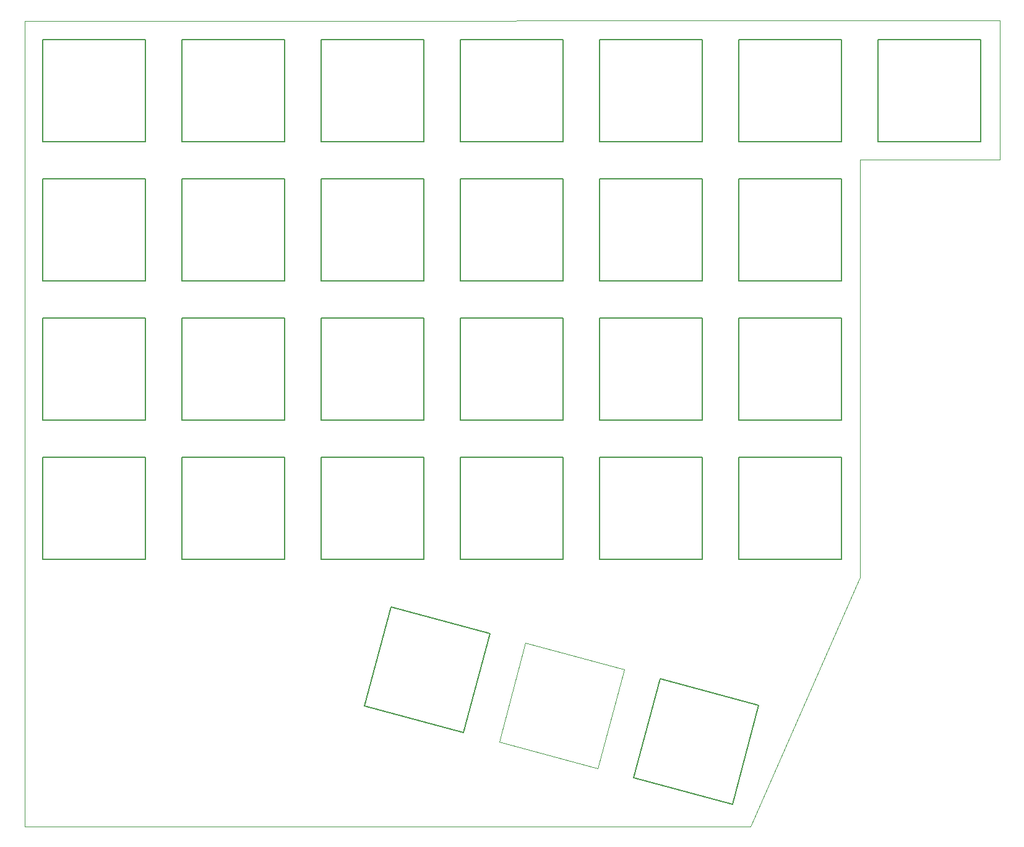
<source format=gbr>
G04 #@! TF.GenerationSoftware,KiCad,Pcbnew,(5.1.4)-1*
G04 #@! TF.CreationDate,2022-03-17T14:52:41-07:00*
G04 #@! TF.ProjectId,TopPlate,546f7050-6c61-4746-952e-6b696361645f,rev?*
G04 #@! TF.SameCoordinates,Original*
G04 #@! TF.FileFunction,Profile,NP*
%FSLAX46Y46*%
G04 Gerber Fmt 4.6, Leading zero omitted, Abs format (unit mm)*
G04 Created by KiCad (PCBNEW (5.1.4)-1) date 2022-03-17 14:52:41*
%MOMM*%
%LPD*%
G04 APERTURE LIST*
%ADD10C,0.050000*%
%ADD11C,0.200000*%
G04 APERTURE END LIST*
D10*
X164143296Y-130463229D02*
X177665996Y-134087479D01*
X181290096Y-120564729D02*
X177665996Y-134087479D01*
X167767396Y-116940529D02*
X164143296Y-130463229D01*
X167767396Y-116940529D02*
X181290096Y-120564729D01*
X232658750Y-50795350D02*
X232660750Y-31736950D01*
X99216450Y-142076250D02*
X99274700Y-31805500D01*
X213567750Y-50767950D02*
X213525000Y-50825600D01*
X213525000Y-107975000D02*
X213525000Y-50825600D01*
X198527750Y-142075250D02*
X213525000Y-107975000D01*
X99274700Y-31805500D02*
X232660750Y-31736950D01*
X99216450Y-142076250D02*
X198527750Y-142075250D01*
X232658750Y-50795350D02*
X213567750Y-50767950D01*
D11*
X172876996Y-86483029D02*
X172876996Y-72483729D01*
X115727196Y-34384229D02*
X101727646Y-34384229D01*
X172876996Y-67433029D02*
X172876996Y-53433729D01*
X120777696Y-48383029D02*
X134776996Y-48383029D01*
X158877696Y-67433029D02*
X172876996Y-67433029D01*
X172876996Y-72483729D02*
X158877696Y-72483729D01*
X120777696Y-53433729D02*
X120777696Y-67433029D01*
X196976296Y-34384229D02*
X196976296Y-48383029D01*
X191926996Y-48383029D02*
X191926996Y-34384229D01*
X139827696Y-86483029D02*
X153826996Y-86483029D01*
X134776996Y-86483029D02*
X134776996Y-72483729D01*
X153826996Y-72483729D02*
X139827696Y-72483729D01*
X172876996Y-48383029D02*
X172876996Y-34384229D01*
X139827696Y-67433029D02*
X153826996Y-67433029D01*
X101727646Y-48383029D02*
X115727196Y-48383029D01*
X153826996Y-86483029D02*
X153826996Y-72483729D01*
X139827696Y-72483729D02*
X139827696Y-86483029D01*
X158877696Y-53433729D02*
X158877696Y-67433029D01*
X139827696Y-34384229D02*
X139827696Y-48383029D01*
X134776996Y-67433029D02*
X134776996Y-53433729D01*
X120777696Y-86483029D02*
X134776996Y-86483029D01*
X153826996Y-34384229D02*
X139827696Y-34384229D01*
X153826996Y-67433029D02*
X153826996Y-53433729D01*
X139827696Y-53433729D02*
X139827696Y-67433029D01*
X134776996Y-53433729D02*
X120777696Y-53433729D01*
X172876996Y-53433729D02*
X158877696Y-53433729D01*
X153826996Y-48383029D02*
X153826996Y-34384229D01*
X115727196Y-48383029D02*
X115727196Y-34384229D01*
X134776996Y-34384229D02*
X120777696Y-34384229D01*
X153826996Y-53433729D02*
X139827696Y-53433729D01*
X191926996Y-34384229D02*
X177927696Y-34384229D01*
X210976996Y-34384229D02*
X196976296Y-34384229D01*
X177927696Y-48383029D02*
X191926996Y-48383029D01*
X158877696Y-48383029D02*
X172876996Y-48383029D01*
X134776996Y-48383029D02*
X134776996Y-34384229D01*
X172876996Y-34384229D02*
X158877696Y-34384229D01*
X139827696Y-48383029D02*
X153826996Y-48383029D01*
X101727646Y-34384229D02*
X101727646Y-48383029D01*
X158877696Y-86483029D02*
X172876996Y-86483029D01*
X158877696Y-72483729D02*
X158877696Y-86483029D01*
X120777696Y-34384229D02*
X120777696Y-48383029D01*
X120777696Y-67433029D02*
X134776996Y-67433029D01*
X177927696Y-34384229D02*
X177927696Y-48383029D01*
X158877696Y-34384229D02*
X158877696Y-48383029D01*
X177927696Y-53433729D02*
X177927696Y-67433029D01*
X162889196Y-115634129D02*
X159264696Y-129156829D01*
X149366496Y-112009929D02*
X162889196Y-115634129D01*
X216025996Y-48383029D02*
X230026996Y-48383029D01*
X199690996Y-125494029D02*
X186168296Y-121871129D01*
X177927696Y-72483729D02*
X177927696Y-86483029D01*
X191926996Y-86483029D02*
X191926996Y-72483729D01*
X196976296Y-86483029D02*
X210976996Y-86483029D01*
X182544196Y-135393859D02*
X196068296Y-139018099D01*
X177927696Y-86483029D02*
X191926996Y-86483029D01*
X210976996Y-48383029D02*
X210976996Y-34384229D01*
X196976296Y-72483729D02*
X196976296Y-86483029D01*
X191926996Y-67433029D02*
X191926996Y-53433729D01*
X177927696Y-67433029D02*
X191926996Y-67433029D01*
X210976996Y-53433729D02*
X196976296Y-53433729D01*
X196068296Y-139018099D02*
X199690996Y-125494029D01*
X210976996Y-67433029D02*
X210976996Y-53433729D01*
X191926996Y-53433729D02*
X177927696Y-53433729D01*
X210976996Y-72483729D02*
X196976296Y-72483729D01*
X159264696Y-129156829D02*
X145741996Y-125534029D01*
X196976296Y-48383029D02*
X210976996Y-48383029D01*
X196976296Y-67433029D02*
X210976996Y-67433029D01*
X230026996Y-34384229D02*
X216025996Y-34384229D01*
X145741996Y-125534029D02*
X149366496Y-112009929D01*
X186168296Y-121871129D02*
X182544196Y-135393859D01*
X196976296Y-53433729D02*
X196976296Y-67433029D01*
X210976996Y-86483029D02*
X210976996Y-72483729D01*
X191926996Y-72483729D02*
X177927696Y-72483729D01*
X230026996Y-48383029D02*
X230026996Y-34384229D01*
X216025996Y-34384229D02*
X216025996Y-48383029D01*
X159264696Y-129156829D02*
X162889196Y-115634129D01*
X191926996Y-86483029D02*
X191926996Y-72483729D01*
X134776996Y-86483029D02*
X134776996Y-72483729D01*
X139827696Y-91533729D02*
X139827696Y-105533029D01*
X115727196Y-67433029D02*
X115727196Y-53433729D01*
X172876996Y-34384229D02*
X158877696Y-34384229D01*
X101727646Y-53433729D02*
X101727646Y-67433029D01*
X162889196Y-115634129D02*
X149366496Y-112009929D01*
X210976996Y-72483729D02*
X196976296Y-72483729D01*
X158877696Y-34384229D02*
X158877696Y-48383029D01*
X210976996Y-86483029D02*
X210976996Y-72483729D01*
X191926996Y-72483729D02*
X177927696Y-72483729D01*
X134776996Y-72483729D02*
X120777696Y-72483729D01*
X149366496Y-112009929D02*
X145741996Y-125534029D01*
X158877696Y-48383029D02*
X172876996Y-48383029D01*
X153826996Y-105533029D02*
X153826996Y-91533729D01*
X101727646Y-67433029D02*
X115727196Y-67433029D01*
X196976296Y-86483029D02*
X210976996Y-86483029D01*
X120777696Y-72483729D02*
X120777696Y-86483029D01*
X196976296Y-72483729D02*
X196976296Y-86483029D01*
X153826996Y-91533729D02*
X139827696Y-91533729D01*
X172876996Y-48383029D02*
X172876996Y-34384229D01*
X139827696Y-105533029D02*
X153826996Y-105533029D01*
X177927696Y-86483029D02*
X191926996Y-86483029D01*
X120777696Y-86483029D02*
X134776996Y-86483029D01*
X115727196Y-53433729D02*
X101727646Y-53433729D01*
X145741996Y-125534029D02*
X159264696Y-129156829D01*
X177927696Y-72483729D02*
X177927696Y-86483029D01*
X139827696Y-34384229D02*
X139827696Y-48383029D01*
X115727196Y-48383029D02*
X115727196Y-34384229D01*
X172876996Y-67433029D02*
X172876996Y-53433729D01*
X158877696Y-86483029D02*
X172876996Y-86483029D01*
X158877696Y-67433029D02*
X172876996Y-67433029D01*
X210976996Y-91533729D02*
X196976296Y-91533729D01*
X210976996Y-105533029D02*
X210976996Y-91533729D01*
X153826996Y-34384229D02*
X139827696Y-34384229D01*
X177927696Y-53433729D02*
X177927696Y-67433029D01*
X158877696Y-53433729D02*
X158877696Y-67433029D01*
X216025996Y-34384229D02*
X216025996Y-48383029D01*
X230026996Y-34384229D02*
X216025996Y-34384229D01*
X115727196Y-86483029D02*
X115727196Y-72483729D01*
X210976996Y-67433029D02*
X210976996Y-53433729D01*
X101727646Y-72483729D02*
X101727646Y-86483029D01*
X134776996Y-91533729D02*
X120777696Y-91533729D01*
X196976296Y-53433729D02*
X196976296Y-67433029D01*
X120777696Y-105533029D02*
X134776996Y-105533029D01*
X230026996Y-48383029D02*
X230026996Y-34384229D01*
X134776996Y-105533029D02*
X134776996Y-91533729D01*
X115727196Y-72483729D02*
X101727646Y-72483729D01*
X139827696Y-86483029D02*
X153826996Y-86483029D01*
X120777696Y-53433729D02*
X120777696Y-67433029D01*
X120777696Y-67433029D02*
X134776996Y-67433029D01*
X216025996Y-48383029D02*
X230026996Y-48383029D01*
X172876996Y-91533729D02*
X158877696Y-91533729D01*
X101727646Y-86483029D02*
X115727196Y-86483029D01*
X139827696Y-48383029D02*
X153826996Y-48383029D01*
X115727196Y-34384229D02*
X101727646Y-34384229D01*
X101727646Y-48383029D02*
X115727196Y-48383029D01*
X134776996Y-53433729D02*
X120777696Y-53433729D01*
X139827696Y-72483729D02*
X139827696Y-86483029D01*
X134776996Y-67433029D02*
X134776996Y-53433729D01*
X153826996Y-48383029D02*
X153826996Y-34384229D01*
X101727646Y-34384229D02*
X101727646Y-48383029D01*
X120777696Y-91533729D02*
X120777696Y-105533029D01*
X158877696Y-72483729D02*
X158877696Y-86483029D01*
X172876996Y-53433729D02*
X158877696Y-53433729D01*
X196976296Y-67433029D02*
X210976996Y-67433029D01*
X153826996Y-86483029D02*
X153826996Y-72483729D01*
X196976296Y-48383029D02*
X210976996Y-48383029D01*
X196976296Y-34384229D02*
X196976296Y-48383029D01*
X210976996Y-34384229D02*
X196976296Y-34384229D01*
X196976296Y-105533029D02*
X210976996Y-105533029D01*
X191926996Y-53433729D02*
X177927696Y-53433729D01*
X172876996Y-72483729D02*
X158877696Y-72483729D01*
X196976296Y-91533729D02*
X196976296Y-105533029D01*
X153826996Y-72483729D02*
X139827696Y-72483729D01*
X191926996Y-67433029D02*
X191926996Y-53433729D01*
X158877696Y-91533729D02*
X158877696Y-105533029D01*
X210976996Y-53433729D02*
X196976296Y-53433729D01*
X177927696Y-67433029D02*
X191926996Y-67433029D01*
X172876996Y-105533029D02*
X172876996Y-91533729D01*
X172876996Y-86483029D02*
X172876996Y-72483729D01*
X158877696Y-105533029D02*
X172876996Y-105533029D01*
X101727646Y-105533029D02*
X115727196Y-105533029D01*
X101727646Y-86483029D02*
X115727196Y-86483029D01*
X120777696Y-72483729D02*
X120777696Y-86483029D01*
X210976996Y-105533029D02*
X210976996Y-91533729D01*
X177927696Y-105533029D02*
X191926996Y-105533029D01*
X191926996Y-91533729D02*
X177927696Y-91533729D01*
X172876996Y-105533029D02*
X172876996Y-91533729D01*
X158877696Y-105533029D02*
X172876996Y-105533029D01*
X139827696Y-105533029D02*
X153826996Y-105533029D01*
X153826996Y-91533729D02*
X139827696Y-91533729D01*
X115727196Y-91533729D02*
X101727646Y-91533729D01*
X139827696Y-91533729D02*
X139827696Y-105533029D01*
X134776996Y-105533029D02*
X134776996Y-91533729D01*
X115727196Y-86483029D02*
X115727196Y-72483729D01*
X177927696Y-91533729D02*
X177927696Y-105533029D01*
X172876996Y-91533729D02*
X158877696Y-91533729D01*
X196976296Y-105533029D02*
X210976996Y-105533029D01*
X158877696Y-91533729D02*
X158877696Y-105533029D01*
X134776996Y-72483729D02*
X120777696Y-72483729D01*
X196976296Y-91533729D02*
X196976296Y-105533029D01*
X210976996Y-91533729D02*
X196976296Y-91533729D01*
X153826996Y-105533029D02*
X153826996Y-91533729D01*
X134776996Y-91533729D02*
X120777696Y-91533729D01*
X101727646Y-91533729D02*
X101727646Y-105533029D01*
X120777696Y-105533029D02*
X134776996Y-105533029D01*
X191926996Y-105533029D02*
X191926996Y-91533729D01*
X115727196Y-105533029D02*
X115727196Y-91533729D01*
X120777696Y-91533729D02*
X120777696Y-105533029D01*
X199690996Y-125494029D02*
X186168296Y-121871129D01*
X191926996Y-91533729D02*
X177927696Y-91533729D01*
X191926996Y-105533029D02*
X191926996Y-91533729D01*
X177927696Y-105533029D02*
X191926996Y-105533029D01*
X139827696Y-53433729D02*
X139827696Y-67433029D01*
X120777696Y-34384229D02*
X120777696Y-48383029D01*
X101727646Y-91533729D02*
X101727646Y-105533029D01*
X177927696Y-48383029D02*
X191926996Y-48383029D01*
X210976996Y-48383029D02*
X210976996Y-34384229D01*
X196068296Y-139018099D02*
X199690996Y-125494029D01*
X101727646Y-72483729D02*
X101727646Y-86483029D01*
X115727196Y-72483729D02*
X101727646Y-72483729D01*
X115727196Y-67433029D02*
X115727196Y-53433729D01*
X101727646Y-67433029D02*
X115727196Y-67433029D01*
X186168296Y-121871129D02*
X182544196Y-135393859D01*
X101727646Y-53433729D02*
X101727646Y-67433029D01*
X191926996Y-48383029D02*
X191926996Y-34384229D01*
X134776996Y-34384229D02*
X120777696Y-34384229D01*
X115727196Y-53433729D02*
X101727646Y-53433729D01*
X182544196Y-135393859D02*
X196068296Y-139018099D01*
X191926996Y-34384229D02*
X177927696Y-34384229D01*
X153826996Y-53433729D02*
X139827696Y-53433729D01*
X120777696Y-48383029D02*
X134776996Y-48383029D01*
X134776996Y-48383029D02*
X134776996Y-34384229D01*
X115727196Y-91533729D02*
X101727646Y-91533729D01*
X177927696Y-34384229D02*
X177927696Y-48383029D01*
X139827696Y-67433029D02*
X153826996Y-67433029D01*
X115727196Y-105533029D02*
X115727196Y-91533729D01*
X101727646Y-105533029D02*
X115727196Y-105533029D01*
X153826996Y-67433029D02*
X153826996Y-53433729D01*
X177927696Y-91533729D02*
X177927696Y-105533029D01*
M02*

</source>
